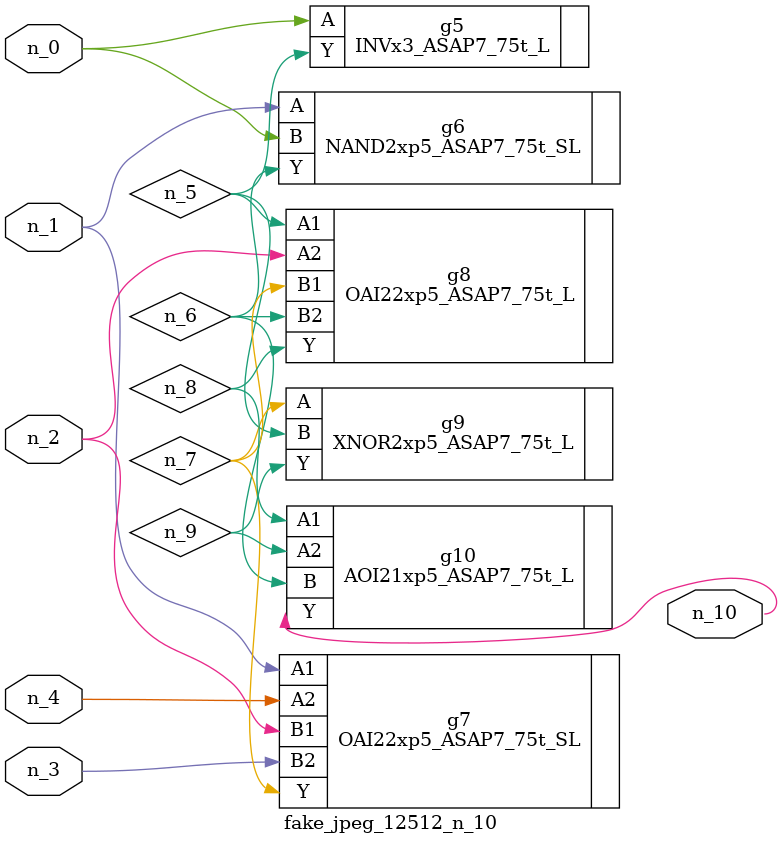
<source format=v>
module fake_jpeg_12512_n_10 (n_3, n_2, n_1, n_0, n_4, n_10);

input n_3;
input n_2;
input n_1;
input n_0;
input n_4;

output n_10;

wire n_8;
wire n_9;
wire n_6;
wire n_5;
wire n_7;

INVx3_ASAP7_75t_L g5 ( 
.A(n_0),
.Y(n_5)
);

NAND2xp5_ASAP7_75t_SL g6 ( 
.A(n_1),
.B(n_0),
.Y(n_6)
);

OAI22xp5_ASAP7_75t_SL g7 ( 
.A1(n_1),
.A2(n_4),
.B1(n_2),
.B2(n_3),
.Y(n_7)
);

OAI22xp5_ASAP7_75t_L g8 ( 
.A1(n_5),
.A2(n_2),
.B1(n_7),
.B2(n_6),
.Y(n_8)
);

AOI21xp5_ASAP7_75t_L g10 ( 
.A1(n_8),
.A2(n_9),
.B(n_6),
.Y(n_10)
);

XNOR2xp5_ASAP7_75t_L g9 ( 
.A(n_7),
.B(n_5),
.Y(n_9)
);


endmodule
</source>
